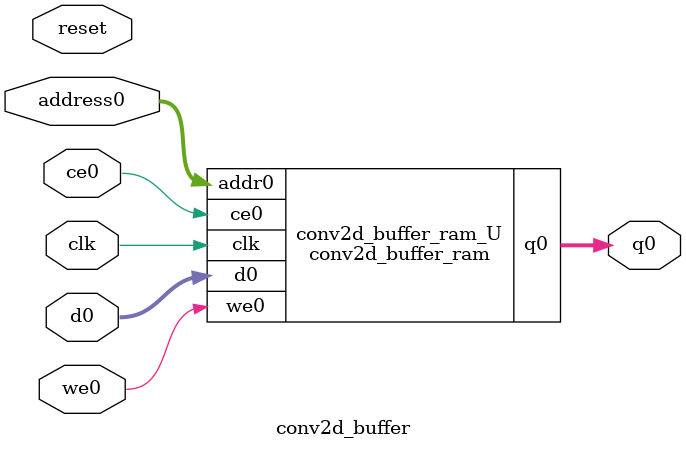
<source format=v>
`timescale 1 ns / 1 ps
module conv2d_buffer_ram (addr0, ce0, d0, we0, q0,  clk);

parameter DWIDTH = 32;
parameter AWIDTH = 10;
parameter MEM_SIZE = 1024;

input[AWIDTH-1:0] addr0;
input ce0;
input[DWIDTH-1:0] d0;
input we0;
output reg[DWIDTH-1:0] q0;
input clk;

(* ram_style = "block" *)reg [DWIDTH-1:0] ram[0:MEM_SIZE-1];




always @(posedge clk)  
begin 
    if (ce0) 
    begin
        if (we0) 
        begin 
            ram[addr0] <= d0; 
        end 
        q0 <= ram[addr0];
    end
end


endmodule

`timescale 1 ns / 1 ps
module conv2d_buffer(
    reset,
    clk,
    address0,
    ce0,
    we0,
    d0,
    q0);

parameter DataWidth = 32'd32;
parameter AddressRange = 32'd1024;
parameter AddressWidth = 32'd10;
input reset;
input clk;
input[AddressWidth - 1:0] address0;
input ce0;
input we0;
input[DataWidth - 1:0] d0;
output[DataWidth - 1:0] q0;



conv2d_buffer_ram conv2d_buffer_ram_U(
    .clk( clk ),
    .addr0( address0 ),
    .ce0( ce0 ),
    .we0( we0 ),
    .d0( d0 ),
    .q0( q0 ));

endmodule


</source>
